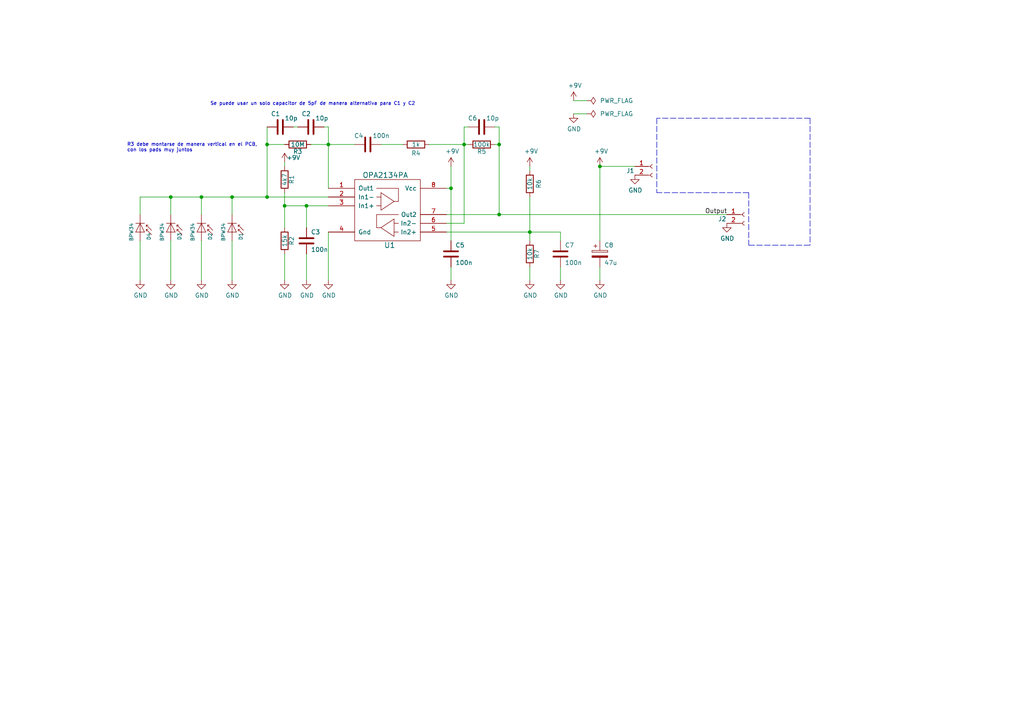
<source format=kicad_sch>
(kicad_sch (version 20231120) (generator "eeschema") (generator_version "8.0")
  (paper "A4")
  (title_block (title "DIY Particle Detector") (date "2019-07-31") (rev "V1.2") (comment 2 "A spectrometer for measuring the energy of alpha particles and electrons.") (comment 3 "Oliver Keller, oliver.michael.keller@cern.ch") (comment 4 "Low-Cost DIY Particle Detector for Ionising Radiation"))
  (lib_symbols
    (symbol "DIY_detector-custom-parts:TL072" (pin_names (offset 1.016))
      (property "Reference" "U" (at 0 -10.16 0))
      (property "Value" "TL072" (at -1.27 10.16 0))
      (symbol "TL072_0_1"
        (rectangle (start -10.16 8.89) (end 8.89 -8.89))
        (polyline (pts (xy -3.81 1.27) (xy -2.54 1.27)))
        (polyline (pts (xy -2.54 3.81) (xy -3.81 3.81)))
        (polyline (pts (xy -2.54 6.35) (xy -3.81 6.35)))
        (polyline (pts (xy 1.27 -6.35) (xy 2.54 -6.35)))
        (polyline (pts (xy 1.27 -3.81) (xy 2.54 -3.81)))
        (polyline (pts (xy -2.54 5.08) (xy -2.54 0) (xy 1.27 2.54) (xy -2.54 5.08)))
        (polyline (pts (xy 1.27 2.54) (xy 2.54 2.54) (xy 2.54 6.35) (xy -2.54 6.35)))
        (polyline (pts (xy 2.54 -1.27) (xy -3.81 -1.27) (xy -3.81 -5.08) (xy -2.54 -5.08) (xy 1.27 -2.54) (xy 1.27 -7.62) (xy -2.54 -5.08)))
      )
      (symbol "TL072_1_1"
        (pin output line (at -17.78 6.35 0) (length 7.62) (name "Out1") (number "1"))
        (pin input line (at -17.78 3.81 0) (length 7.62) (name "In1-") (number "2"))
        (pin input line (at -17.78 1.27 0) (length 7.62) (name "In1+") (number "3"))
        (pin power_in line (at -17.78 -6.35 0) (length 7.62) (name "Gnd") (number "4"))
        (pin input line (at 16.51 -6.35 180) (length 7.62) (name "In2+") (number "5"))
        (pin input line (at 16.51 -3.81 180) (length 7.62) (name "In2-") (number "6"))
        (pin output line (at 16.51 -1.27 180) (length 7.62) (name "Out2") (number "7"))
        (pin power_in line (at 16.51 6.35 180) (length 7.62) (name "Vcc") (number "8"))
      )
    )
    (symbol "Device:C" (pin_numbers hide) (pin_names (offset 0.254))
      (property "Reference" "C" (at 0.635 2.54 0))
      (property "Value" "C" (at 0.635 -2.54 0))
      (symbol "C_0_1"
        (polyline (pts (xy -2.032 -0.762) (xy 2.032 -0.762)) (stroke (width 0.508)))
        (polyline (pts (xy -2.032 0.762) (xy 2.032 0.762)) (stroke (width 0.508)))
      )
      (symbol "C_1_1"
        (pin passive line (at 0 3.81 270) (length 2.794) (name "~") (number "1"))
        (pin passive line (at 0 -3.81 90) (length 2.794) (name "~") (number "2"))
      )
    )
    (symbol "Device:R" (pin_numbers hide) (pin_names (offset 0))
      (property "Reference" "R" (at 2.032 0 90))
      (property "Value" "R" (at 0 0 90))
      (symbol "R_0_1"
        (rectangle (start -1.016 -2.54) (end 1.016 2.54) (stroke (width 0.254)))
      )
      (symbol "R_1_1"
        (pin passive line (at 0 3.81 270) (length 1.27) (name "~") (number "1"))
        (pin passive line (at 0 -3.81 90) (length 1.27) (name "~") (number "2"))
      )
    )
    (symbol "ProyectoFisica-rescue:+9V-power" (power) (pin_names (offset 0))
      (property "Value" "power_+9V" (at 0 3.556 0))
      (symbol "+9V-power_0_1"
        (polyline (pts (xy -0.762 1.27) (xy 0 2.54)))
        (polyline (pts (xy 0 0) (xy 0 2.54)))
        (polyline (pts (xy 0 2.54) (xy 0.762 1.27)))
      )
      (symbol "+9V-power_1_1"
        (pin power_in line (at 0 0 90) (length 0) hide (name "+9V") (number "1"))
      )
    )
    (symbol "ProyectoFisica-rescue:CP-Device" (pin_numbers hide) (pin_names (offset 0.254))
      (property "Reference" "C" (at 0.635 2.54 0))
      (property "Value" "Device_CP" (at 0.635 -2.54 0))
      (symbol "CP-Device_0_1"
        (rectangle (start -2.286 0.508) (end 2.286 1.016))
        (polyline (pts (xy -1.778 2.286) (xy -0.762 2.286)))
        (polyline (pts (xy -1.27 2.794) (xy -1.27 1.778)))
        (rectangle (start 2.286 -0.508) (end -2.286 -1.016) (fill (type outline)))
      )
      (symbol "CP-Device_1_1"
        (pin passive line (at 0 3.81 270) (length 2.794) (name "~") (number "1"))
        (pin passive line (at 0 -3.81 90) (length 2.794) (name "~") (number "2"))
      )
    )
    (symbol "ProyectoFisica-rescue:Conn_01x02_Female-Connector" (pin_names (offset 1.016) hide)
      (property "Reference" "J" (at 0 2.54 0))
      (property "Value" "Connector_Conn_01x02_Female" (at 0 -5.08 0))
      (symbol "Conn_01x02_Female-Connector_1_1"
        (arc (start 0 -2.032) (mid -0.508 -2.54) (end 0 -3.048) (stroke (width 0.1524)))
        (polyline (pts (xy -1.27 -2.54) (xy -0.508 -2.54)) (stroke (width 0.1524)))
        (polyline (pts (xy -1.27 0) (xy -0.508 0)) (stroke (width 0.1524)))
        (arc (start 0 0.508) (mid -0.508 0) (end 0 -0.508) (stroke (width 0.1524)))
        (pin passive line (at -5.08 0 0) (length 3.81) (name "Pin_1") (number "1"))
        (pin passive line (at -5.08 -2.54 0) (length 3.81) (name "Pin_2") (number "2"))
      )
    )
    (symbol "ProyectoFisica-rescue:GND-power" (power) (pin_names (offset 0))
      (property "Value" "power_GND" (at 0 -3.81 0))
      (symbol "GND-power_0_1"
        (polyline (pts (xy 0 0) (xy 0 -1.27) (xy 1.27 -1.27) (xy 0 -2.54) (xy -1.27 -1.27) (xy 0 -1.27)))
      )
      (symbol "GND-power_1_1"
        (pin power_in line (at 0 0 270) (length 0) hide (name "GND") (number "1"))
      )
    )
    (symbol "Sensor_Optical:BPW34" (pin_numbers hide) (pin_names (offset 1.016) hide)
      (property "Reference" "D" (at 0.508 1.778 0))
      (property "Value" "BPW34" (at -1.016 -2.794 0))
      (symbol "BPW34_0_1"
        (polyline (pts (xy -2.54 1.27) (xy -2.54 -1.27)) (stroke (width 0.1524)))
        (polyline (pts (xy -2.032 1.778) (xy -1.524 1.778)))
        (polyline (pts (xy 0 -1.27) (xy 0 1.27)))
        (polyline (pts (xy 0 0) (xy -2.54 0)))
        (polyline (pts (xy -0.508 3.302) (xy -2.032 1.778) (xy -2.032 2.286)))
        (polyline (pts (xy 0 1.27) (xy -2.54 0) (xy 0 -1.27)))
        (polyline (pts (xy 0.762 3.302) (xy -0.762 1.778) (xy -0.762 2.286) (xy -0.762 1.778) (xy -0.254 1.778)))
      )
      (symbol "BPW34_1_1"
        (pin passive line (at -5.08 0 0) (length 2.54) (name "K") (number "1"))
        (pin passive line (at 2.54 0 180) (length 2.54) (name "A") (number "2"))
      )
    )
    (symbol "power:PWR_FLAG" (power) (pin_numbers hide) (pin_names (offset 0) hide)
      (property "Value" "PWR_FLAG" (at 0 3.81 0))
      (symbol "PWR_FLAG_0_0"
        (pin power_out line (at 0 0 90) (length 0) (name "~") (number "1"))
      )
      (symbol "PWR_FLAG_0_1"
        (polyline (pts (xy 0 0) (xy 0 1.27) (xy -1.016 1.905) (xy 0 2.54) (xy 1.016 1.905) (xy 0 1.27)))
      )
    )
  )
  (junction (at 134.62 41.91))
  (junction (at 130.81 54.61))
  (junction (at 173.99 48.26))
  (junction (at 144.78 62.23))
  (junction (at 77.47 41.91))
  (junction (at 82.55 59.69))
  (junction (at 144.78 41.91))
  (junction (at 153.67 67.31))
  (junction (at 49.53 57.15))
  (junction (at 77.47 57.15))
  (junction (at 95.25 41.91))
  (junction (at 58.42 57.15))
  (junction (at 67.31 57.15))
  (junction (at 88.9 59.69))
  (wire (pts (xy 166.37 33.02) (xy 170.18 33.02)))
  (polyline (pts (xy 217.17 55.88) (xy 217.17 71.12)) (stroke (width 0) (type dash)))
  (wire (pts (xy 143.51 36.83) (xy 144.78 36.83)))
  (wire (pts (xy 67.31 57.15) (xy 58.42 57.15)))
  (wire (pts (xy 129.54 67.31) (xy 153.67 67.31)))
  (wire (pts (xy 144.78 41.91) (xy 144.78 62.23)))
  (wire (pts (xy 67.31 57.15) (xy 77.47 57.15)))
  (wire (pts (xy 144.78 62.23) (xy 210.82 62.23)))
  (wire (pts (xy 93.98 36.83) (xy 95.25 36.83)))
  (wire (pts (xy 143.51 41.91) (xy 144.78 41.91)))
  (polyline (pts (xy 234.95 34.29) (xy 190.5 34.29)) (stroke (width 0) (type dash)))
  (wire (pts (xy 67.31 69.85) (xy 67.31 81.28)))
  (wire (pts (xy 162.56 67.31) (xy 162.56 69.85)))
  (wire (pts (xy 82.55 73.66) (xy 82.55 81.28)))
  (wire (pts (xy 82.55 46.99) (xy 82.55 48.26)))
  (wire (pts (xy 153.67 57.15) (xy 153.67 67.31)))
  (wire (pts (xy 130.81 54.61) (xy 129.54 54.61)))
  (wire (pts (xy 58.42 69.85) (xy 58.42 81.28)))
  (wire (pts (xy 88.9 59.69) (xy 88.9 66.04)))
  (wire (pts (xy 67.31 57.15) (xy 67.31 62.23)))
  (wire (pts (xy 88.9 73.66) (xy 88.9 81.28)))
  (polyline (pts (xy 217.17 55.88) (xy 190.5 55.88)) (stroke (width 0) (type dash)))
  (wire (pts (xy 144.78 36.83) (xy 144.78 41.91)))
  (wire (pts (xy 95.25 41.91) (xy 102.87 41.91)))
  (wire (pts (xy 95.25 41.91) (xy 95.25 54.61)))
  (wire (pts (xy 134.62 36.83) (xy 134.62 41.91)))
  (wire (pts (xy 82.55 66.04) (xy 82.55 59.69)))
  (wire (pts (xy 95.25 67.31) (xy 95.25 81.28)))
  (wire (pts (xy 95.25 36.83) (xy 95.25 41.91)))
  (wire (pts (xy 130.81 54.61) (xy 130.81 69.85)))
  (polyline (pts (xy 217.17 71.12) (xy 234.95 71.12)) (stroke (width 0) (type dash)))
  (wire (pts (xy 86.36 36.83) (xy 85.09 36.83)))
  (wire (pts (xy 82.55 59.69) (xy 88.9 59.69)))
  (wire (pts (xy 40.64 81.28) (xy 40.64 69.85)))
  (wire (pts (xy 153.67 48.26) (xy 153.67 49.53)))
  (wire (pts (xy 49.53 81.28) (xy 49.53 69.85)))
  (wire (pts (xy 153.67 77.47) (xy 153.67 81.28)))
  (wire (pts (xy 130.81 77.47) (xy 130.81 81.28)))
  (wire (pts (xy 40.64 62.23) (xy 40.64 57.15)))
  (polyline (pts (xy 190.5 34.29) (xy 190.5 55.88)) (stroke (width 0) (type dash)))
  (wire (pts (xy 77.47 36.83) (xy 77.47 41.91)))
  (wire (pts (xy 88.9 59.69) (xy 95.25 59.69)))
  (wire (pts (xy 77.47 57.15) (xy 95.25 57.15)))
  (wire (pts (xy 134.62 41.91) (xy 135.89 41.91)))
  (wire (pts (xy 153.67 67.31) (xy 153.67 69.85)))
  (wire (pts (xy 173.99 48.26) (xy 173.99 69.85)))
  (wire (pts (xy 82.55 55.88) (xy 82.55 59.69)))
  (wire (pts (xy 58.42 62.23) (xy 58.42 57.15)))
  (wire (pts (xy 173.99 77.47) (xy 173.99 81.28)))
  (wire (pts (xy 135.89 36.83) (xy 134.62 36.83)))
  (wire (pts (xy 129.54 62.23) (xy 144.78 62.23)))
  (wire (pts (xy 130.81 54.61) (xy 130.81 48.26)))
  (wire (pts (xy 110.49 41.91) (xy 116.84 41.91)))
  (wire (pts (xy 166.37 29.21) (xy 170.18 29.21)))
  (wire (pts (xy 153.67 67.31) (xy 162.56 67.31)))
  (wire (pts (xy 77.47 41.91) (xy 77.47 57.15)))
  (wire (pts (xy 134.62 41.91) (xy 134.62 64.77)))
  (wire (pts (xy 173.99 48.26) (xy 184.15 48.26)))
  (wire (pts (xy 90.17 41.91) (xy 95.25 41.91)))
  (wire (pts (xy 129.54 64.77) (xy 134.62 64.77)))
  (polyline (pts (xy 234.95 34.29) (xy 234.95 71.12)) (stroke (width 0) (type dash)))
  (wire (pts (xy 49.53 57.15) (xy 49.53 62.23)))
  (wire (pts (xy 124.46 41.91) (xy 134.62 41.91)))
  (wire (pts (xy 162.56 77.47) (xy 162.56 81.28)))
  (wire (pts (xy 40.64 57.15) (xy 49.53 57.15)))
  (wire (pts (xy 58.42 57.15) (xy 49.53 57.15)))
  (wire (pts (xy 77.47 41.91) (xy 82.55 41.91)))
  (text "Se puede usar un solo capacitor de 5pF de manera alternativa para C1 y C2" (at 60.96 30.734 0) (effects (font (size 0.9906 0.9906)) (justify left bottom)))
  (text "R3 debe montarse de manera vertical en el PCB,\ncon los pads muy juntos\n" (at 36.83 44.196 0) (effects (font (size 0.9906 0.9906)) (justify left bottom)))
  (label "Output" (at 204.47 62.23 0))
  (symbol (lib_id "DIY_detector-custom-parts:TL072") (at 113.03 60.96 0) (unit 1)
    (property "Reference" "U1" (at 113.03 71.12 0) (effects (font (size 1.524 1.524))))
    (property "Value" "OPA2134PA" (at 111.76 50.8 0) (effects (font (size 1.524 1.524))))
    (property "Footprint" "Package_DIP:DIP-8_W7.62mm" (effects (hide yes)))
    (property "Description" "TLE2072CP/ACP" (effects (hide yes)))
    (property "FARNELL" "3117956 " (effects (hide yes)))
  )
  (symbol (lib_id "Sensor_Optical:BPW34") (at 40.64 67.31 270) (unit 1)
    (property "Reference" "D4" (at 43.18 68.58 0) (effects (font (size 1.016 1.016))))
    (property "Value" "BPW34" (at 38.1 67.31 0) (effects (font (size 1.016 1.016))))
    (property "Footprint" "OptoDevice:Osram_BPW34S-SMD" (effects (hide yes)))
    (property "Description" "silicon PIN photodiode" (effects (hide yes)))
    (property "MFG" "Osram" (effects (hide yes)))
    (property "MFG_PN" "BPX61" (effects (hide yes)))
    (property "FARNELL" "2981630" (effects (hide yes)))
    (property "RS Online" "654-7785" (effects (hide yes)))
    (property "3D_B" "${KIPRJMOD}/3D/BPW34F.wrl" (effects (hide yes)))
    (property "VALUE_B" "BPW34F" (effects (hide yes)))
  )
  (symbol (lib_id "Device:R") (at 86.36 41.91 270) (unit 1)
    (property "Reference" "R3" (at 86.36 43.942 90))
    (property "Value" "10M" (at 86.36 41.91 90))
    (property "Footprint" "Resistor_THT:R_Axial_DIN0204_L3.6mm_D1.6mm_P7.62mm_Horizontal" (effects (hide yes)))
    (property "Description" "40Mega 10% 0805 SMD" (effects (hide yes)))
    (property "MFG" "TE Connectivity" (effects (hide yes)))
    (property "MFG_PN" "RH73H2A40MKTN" (effects (hide yes)))
    (property "FARNELL" "1174521" (effects (hide yes)))
    (property "VALUE_B" "10M" (effects (hide yes)))
    (property "3D_B" "${KIPRJMOD}/3D/Resistors_THT_custom.3dshapes/res_5band_10M_P2.54mm.wrl" (effects (hide yes)))
  )
  (symbol (lib_id "Device:R") (at 82.55 52.07 0) (unit 1)
    (property "Reference" "R1" (at 84.582 52.07 90))
    (property "Value" "4k7" (at 82.55 52.07 90))
    (property "Footprint" "Resistor_THT:R_Axial_DIN0207_L6.3mm_D2.5mm_P7.62mm_Horizontal" (effects (hide yes)))
    (property "Description" "4.7k 1% THT" (effects (hide yes)))
    (property "MFG" "Multicomp" (effects (hide yes)))
    (property "MFG_PN" "MCMF006FF4701A50" (effects (hide yes)))
    (property "FARNELL" "2401772" (effects (hide yes)))
  )
  (symbol (lib_id "Device:R") (at 82.55 69.85 0) (unit 1)
    (property "Reference" "R2" (at 84.582 69.85 90))
    (property "Value" "15k" (at 82.55 69.85 90))
    (property "Footprint" "Resistor_THT:R_Axial_DIN0207_L6.3mm_D2.5mm_P7.62mm_Horizontal" (effects (hide yes)))
    (property "Description" "15k 1% THT" (effects (hide yes)))
    (property "MFG" "Multicomp" (effects (hide yes)))
    (property "MFG_PN" "MCMF006FF1502A50" (effects (hide yes)))
    (property "FARNELL" "2401785" (effects (hide yes)))
  )
  (symbol (lib_id "Device:C") (at 90.17 36.83 90) (unit 1)
    (property "Reference" "C2" (at 90.17 33.02 90) (effects (justify left)))
    (property "Value" "10p" (at 95.25 34.29 90) (effects (justify left)))
    (property "Footprint" "Capacitor_THT:C_Disc_D3.0mm_W1.6mm_P2.50mm" (effects (hide yes)))
    (property "Description" "10pF THT" (effects (hide yes)))
    (property "MFG" "Multicomp" (effects (hide yes)))
    (property "MFG_PN" "MC0805N100J101A2.54MM" (effects (hide yes)))
    (property "FARNELL" "1694175" (effects (hide yes)))
  )
  (symbol (lib_id "Device:C") (at 130.81 73.66 0) (unit 1)
    (property "Reference" "C5" (at 132.08 71.12 0) (effects (justify left)))
    (property "Value" "100n" (at 132.08 76.2 0) (effects (justify left)))
    (property "Footprint" "Capacitor_THT:C_Disc_D3.0mm_W1.6mm_P2.50mm" (effects (hide yes)))
    (property "Description" "100nF THT" (effects (hide yes)))
    (property "MFG" "Multicomp" (effects (hide yes)))
    (property "MFG_PN" "MC0805Y104M500A2.54MM" (effects (hide yes)))
    (property "FARNELL" "2112751" (effects (hide yes)))
  )
  (symbol (lib_id "Device:C") (at 88.9 69.85 0) (unit 1)
    (property "Reference" "C3" (at 90.17 67.31 0) (effects (justify left)))
    (property "Value" "100n" (at 90.17 72.39 0) (effects (justify left)))
    (property "Footprint" "Capacitor_THT:C_Disc_D3.0mm_W1.6mm_P2.50mm" (effects (hide yes)))
    (property "Description" "100nF THT" (effects (hide yes)))
    (property "MFG" "Multicomp" (effects (hide yes)))
    (property "MFG_PN" "MC0805Y104M500A2.54MM" (effects (hide yes)))
    (property "FARNELL" "2112751" (effects (hide yes)))
  )
  (symbol (lib_id "Device:R") (at 120.65 41.91 270) (unit 1)
    (property "Reference" "R4" (at 120.65 44.45 90))
    (property "Value" "1k" (at 120.65 41.91 90))
    (property "Footprint" "Resistor_THT:R_Axial_DIN0207_L6.3mm_D2.5mm_P7.62mm_Horizontal" (effects (hide yes)))
    (property "Description" "4.7k 1% THT" (effects (hide yes)))
    (property "MFG" "Multicomp" (effects (hide yes)))
    (property "MFG_PN" "MCMF006FF4701A50" (effects (hide yes)))
    (property "FARNELL" "2401772" (effects (hide yes)))
    (property "VALUE_B" "1k" (effects (hide yes)))
    (property "3D_B" "${KIPRJMOD}/3D/Resistors_THT_custom.3dshapes/res_5band_1K_P7.62mm.wrl" (effects (hide yes)))
  )
  (symbol (lib_id "Device:R") (at 139.7 41.91 270) (unit 1)
    (property "Reference" "R5" (at 139.7 43.942 90))
    (property "Value" "100k" (at 139.7 41.91 90))
    (property "Footprint" "Resistor_THT:R_Axial_DIN0207_L6.3mm_D2.5mm_P7.62mm_Horizontal" (effects (hide yes)))
    (property "Description" "1Mega 1% THT" (effects (hide yes)))
    (property "MFG" "Multicomp" (effects (hide yes)))
    (property "MFG_PN" "MCMF006FF1004A50" (effects (hide yes)))
    (property "FARNELL" "2401807" (effects (hide yes)))
    (property "VALUE_B" "100k" (effects (hide yes)))
    (property "3D_B" "${KIPRJMOD}/3D/Resistors_THT_custom.3dshapes/res_5band_100K_P7.62mm.wrl" (effects (hide yes)))
  )
  (symbol (lib_id "Device:C") (at 106.68 41.91 90) (unit 1)
    (property "Reference" "C4" (at 105.41 39.37 90) (effects (justify left)))
    (property "Value" "100n" (at 113.03 39.37 90) (effects (justify left)))
    (property "Footprint" "Capacitor_THT:C_Disc_D3.0mm_W1.6mm_P2.50mm" (effects (hide yes)))
    (property "Description" "470nf THT" (effects (hide yes)))
    (property "MFG" "Kemet" (effects (hide yes)))
    (property "MFG_PN" "C320C474M5U5TA" (effects (hide yes)))
    (property "FARNELL" "1457660" (effects (hide yes)))
    (property "VALUE_B" "100n" (effects (hide yes)))
    (property "3D_B" "${KIPRJMOD}/3D/C_Disc_D3.0mm_W1.6mm_P2.50mm.wrl" (effects (hide yes)))
  )
  (symbol (lib_id "Device:R") (at 153.67 53.34 0) (unit 1)
    (property "Reference" "R6" (at 156.21 53.34 90))
    (property "Value" "10k" (at 153.67 53.34 90))
    (property "Footprint" "Resistor_THT:R_Axial_DIN0207_L6.3mm_D2.5mm_P7.62mm_Horizontal" (effects (hide yes)))
    (property "Description" "10k 1% THT" (effects (hide yes)))
    (property "MFG" "Multicomp" (effects (hide yes)))
    (property "MFG_PN" "MCMF006FF1002A50" (effects (hide yes)))
    (property "FARNELL" "2401780" (effects (hide yes)))
  )
  (symbol (lib_id "Device:R") (at 153.67 73.66 0) (unit 1)
    (property "Reference" "R7" (at 155.702 73.66 90))
    (property "Value" "10k" (at 153.67 73.66 90))
    (property "Footprint" "Resistor_THT:R_Axial_DIN0207_L6.3mm_D2.5mm_P7.62mm_Horizontal" (effects (hide yes)))
    (property "Description" "10k 1% THT" (effects (hide yes)))
    (property "MFG" "Multicomp" (effects (hide yes)))
    (property "MFG_PN" "MCMF006FF1002A50" (effects (hide yes)))
    (property "FARNELL" "2401780" (effects (hide yes)))
  )
  (symbol (lib_id "Device:C") (at 162.56 73.66 0) (unit 1)
    (property "Reference" "C7" (at 163.83 71.12 0) (effects (justify left)))
    (property "Value" "100n" (at 163.83 76.2 0) (effects (justify left)))
    (property "Footprint" "Capacitor_THT:C_Disc_D3.0mm_W1.6mm_P2.50mm" (effects (hide yes)))
    (property "Description" "100nF THT" (effects (hide yes)))
    (property "MFG" "Multicomp" (effects (hide yes)))
    (property "MFG_PN" "MC0805Y104M500A2.54MM" (effects (hide yes)))
    (property "FARNELL" "2112751" (effects (hide yes)))
  )
  (symbol (lib_id "ProyectoFisica-rescue:CP-Device") (at 173.99 73.66 0) (unit 1)
    (property "Reference" "C8" (at 175.26 71.12 0) (effects (justify left)))
    (property "Value" "47u" (at 175.26 76.2 0) (effects (justify left)))
    (property "Footprint" "Capacitor_THT:CP_Radial_D6.3mm_P2.50mm" (effects (hide yes)))
    (property "Description" "47uF 63V THT" (effects (hide yes)))
    (property "MFG" "Panasonic" (effects (hide yes)))
    (property "MFG_PN" "ECA-1JHG470" (effects (hide yes)))
    (property "FARNELL" "9693033" (effects (hide yes)))
  )
  (symbol (lib_id "ProyectoFisica-rescue:GND-power") (at 130.81 81.28 0) (unit 1)
    (property "Reference" "#PWR07" (effects (hide yes)))
    (property "Value" "GND" (at 130.937 85.6742 0))
  )
  (symbol (lib_id "ProyectoFisica-rescue:GND-power") (at 153.67 81.28 0) (unit 1)
    (property "Reference" "#PWR08" (effects (hide yes)))
    (property "Value" "GND" (at 153.797 85.6742 0))
  )
  (symbol (lib_id "ProyectoFisica-rescue:GND-power") (at 162.56 81.28 0) (unit 1)
    (property "Reference" "#PWR09" (effects (hide yes)))
    (property "Value" "GND" (at 162.687 85.6742 0))
  )
  (symbol (lib_id "ProyectoFisica-rescue:GND-power") (at 173.99 81.28 0) (unit 1)
    (property "Reference" "#PWR010" (effects (hide yes)))
    (property "Value" "GND" (at 174.117 85.6742 0))
  )
  (symbol (lib_id "ProyectoFisica-rescue:GND-power") (at 88.9 81.28 0) (unit 1)
    (property "Reference" "#PWR06" (effects (hide yes)))
    (property "Value" "GND" (at 89.027 85.6742 0))
  )
  (symbol (lib_id "ProyectoFisica-rescue:GND-power") (at 82.55 81.28 0) (unit 1)
    (property "Reference" "#PWR05" (effects (hide yes)))
    (property "Value" "GND" (at 82.677 85.6742 0))
  )
  (symbol (lib_id "ProyectoFisica-rescue:GND-power") (at 67.31 81.28 0) (unit 1)
    (property "Reference" "#PWR04" (effects (hide yes)))
    (property "Value" "GND" (at 67.437 85.6742 0))
  )
  (symbol (lib_id "ProyectoFisica-rescue:GND-power") (at 58.42 81.28 0) (unit 1)
    (property "Reference" "#PWR03" (effects (hide yes)))
    (property "Value" "GND" (at 58.547 85.6742 0))
  )
  (symbol (lib_id "ProyectoFisica-rescue:GND-power") (at 49.53 81.28 0) (unit 1)
    (property "Reference" "#PWR02" (effects (hide yes)))
    (property "Value" "GND" (at 49.657 85.6742 0))
  )
  (symbol (lib_id "ProyectoFisica-rescue:GND-power") (at 40.64 81.28 0) (unit 1)
    (property "Reference" "#PWR01" (effects (hide yes)))
    (property "Value" "GND" (at 40.767 85.6742 0))
  )
  (symbol (lib_id "ProyectoFisica-rescue:GND-power") (at 210.82 64.77 0) (unit 1)
    (property "Reference" "#PWR0103" (effects (hide yes)))
    (property "Value" "GND" (at 210.947 69.1642 0))
  )
  (symbol (lib_id "ProyectoFisica-rescue:+9V-power") (at 173.99 48.26 0) (unit 1)
    (property "Reference" "#PWR0105" (effects (hide yes)))
    (property "Value" "+9V" (at 174.371 43.8658 0))
  )
  (symbol (lib_id "Device:C") (at 81.28 36.83 90) (unit 1)
    (property "Reference" "C1" (at 81.28 33.02 90) (effects (justify left)))
    (property "Value" "10p" (at 86.36 34.29 90) (effects (justify left)))
    (property "Footprint" "Capacitor_THT:C_Disc_D3.0mm_W1.6mm_P2.50mm" (effects (hide yes)))
    (property "Description" "10pF THT" (effects (hide yes)))
    (property "MFG" "Multicomp" (effects (hide yes)))
    (property "MFG_PN" "MC0805N100J101A2.54MM" (effects (hide yes)))
    (property "FARNELL" "1694175" (effects (hide yes)))
  )
  (symbol (lib_id "Device:C") (at 139.7 36.83 90) (unit 1)
    (property "Reference" "C6" (at 138.43 34.29 90) (effects (justify left)))
    (property "Value" "10p" (at 144.78 34.29 90) (effects (justify left)))
    (property "Footprint" "Capacitor_THT:C_Disc_D3.0mm_W1.6mm_P2.50mm" (effects (hide yes)))
    (property "Description" "3.3nF THT" (effects (hide yes)))
    (property "MFG" "Suntan" (effects (hide yes)))
    (property "MFG_PN" "TS170R1H332KSBBA0R" (effects (hide yes)))
    (property "FARNELL" "2901293" (effects (hide yes)))
    (property "VALUE_B" "10p" (effects (hide yes)))
    (property "3D_B" "${KIPRJMOD}/3D/C_Disc_D3.0mm_W1.6mm_P2.50mm.wrl" (effects (hide yes)))
  )
  (symbol (lib_id "Sensor_Optical:BPW34") (at 49.53 67.31 270) (unit 1)
    (property "Reference" "D3" (at 52.07 68.58 0) (effects (font (size 1.016 1.016))))
    (property "Value" "BPW34" (at 46.99 67.31 0) (effects (font (size 1.016 1.016))))
    (property "Footprint" "OptoDevice:Osram_BPW34S-SMD" (effects (hide yes)))
    (property "Description" "silicon PIN photodiode\r" (effects (hide yes)))
    (property "MFG" "Osram/Vishay" (effects (hide yes)))
    (property "MFG_PN" "BPW34F/FA" (effects (hide yes)))
    (property "FARNELL" "2981621" (effects (hide yes)))
    (property "RS Online" "654-7921" (effects (hide yes)))
    (property "3D_B" "${KIPRJMOD}/3D/BPW34F.wrl" (effects (hide yes)))
    (property "VALUE_B" "BPW34F" (effects (hide yes)))
  )
  (symbol (lib_id "Sensor_Optical:BPW34") (at 58.42 67.31 270) (unit 1)
    (property "Reference" "D2" (at 60.96 68.58 0) (effects (font (size 1.016 1.016))))
    (property "Value" "BPW34" (at 55.88 67.31 0) (effects (font (size 1.016 1.016))))
    (property "Footprint" "OptoDevice:Osram_BPW34S-SMD" (effects (hide yes)))
    (property "Description" "silicon PIN photodiode\r" (effects (hide yes)))
    (property "MFG" "Osram/Vishay" (effects (hide yes)))
    (property "MFG_PN" "BPW34F/FA" (effects (hide yes)))
    (property "FARNELL" "2981621" (effects (hide yes)))
    (property "RS Online" "654-7921" (effects (hide yes)))
    (property "3D_B" "${KIPRJMOD}/3D/BPW34F.wrl" (effects (hide yes)))
    (property "VALUE_B" "BPW34F" (effects (hide yes)))
  )
  (symbol (lib_id "Sensor_Optical:BPW34") (at 67.31 67.31 270) (unit 1)
    (property "Reference" "D1" (at 69.85 68.58 0) (effects (font (size 1.016 1.016))))
    (property "Value" "BPW34" (at 64.77 67.31 0) (effects (font (size 1.016 1.016))))
    (property "Footprint" "OptoDevice:Osram_BPW34S-SMD" (effects (hide yes)))
    (property "Description" "silicon PIN photodiode\r" (effects (hide yes)))
    (property "MFG" "Osram/Vishay" (effects (hide yes)))
    (property "MFG_PN" "BPW34F/FA" (effects (hide yes)))
    (property "FARNELL" "2981621" (effects (hide yes)))
    (property "RS Online" "654-7921" (effects (hide yes)))
    (property "3D_B" "${KIPRJMOD}/3D/BPW34F.wrl" (effects (hide yes)))
    (property "VALUE_B" "BPW34F" (effects (hide yes)))
  )
  (symbol (lib_id "ProyectoFisica-rescue:GND-power") (at 95.25 81.28 0) (unit 1)
    (property "Reference" "#PWR0106" (effects (hide yes)))
    (property "Value" "GND" (at 95.377 85.6742 0))
  )
  (symbol (lib_id "ProyectoFisica-rescue:Conn_01x02_Female-Connector") (at 189.23 48.26 0) (unit 1)
    (property "Reference" "J1" (at 181.61 49.53 0) (effects (justify left)))
    (property "Value" "Conn_01x02_Female" (effects (hide yes)))
    (property "Footprint" "Connector_PinHeader_2.54mm:PinHeader_1x02_P2.54mm_Vertical" (effects (hide yes)))
  )
  (symbol (lib_id "ProyectoFisica-rescue:GND-power") (at 184.15 50.8 0) (unit 1)
    (property "Reference" "#PWR0104" (effects (hide yes)))
    (property "Value" "GND" (at 184.277 55.1942 0))
  )
  (symbol (lib_id "ProyectoFisica-rescue:+9V-power") (at 153.67 48.26 0) (unit 1)
    (property "Reference" "#PWR0110" (effects (hide yes)))
    (property "Value" "+9V" (at 154.051 43.8658 0))
  )
  (symbol (lib_id "ProyectoFisica-rescue:+9V-power") (at 130.81 48.26 0) (unit 1)
    (property "Reference" "#PWR0111" (effects (hide yes)))
    (property "Value" "+9V" (at 131.191 43.8658 0))
  )
  (symbol (lib_id "ProyectoFisica-rescue:+9V-power") (at 82.55 46.99 0) (unit 1)
    (property "Reference" "#PWR0112" (effects (hide yes)))
    (property "Value" "+9V" (at 85.09 45.72 0))
  )
  (symbol (lib_id "ProyectoFisica-rescue:Conn_01x02_Female-Connector") (at 215.9 62.23 0) (unit 1)
    (property "Reference" "J2" (at 208.28 63.5 0) (effects (justify left)))
    (property "Value" "Conn_01x02_Female" (effects (hide yes)))
    (property "Footprint" "Connector_PinHeader_2.54mm:PinHeader_1x02_P2.54mm_Vertical" (effects (hide yes)))
  )
  (symbol (lib_id "ProyectoFisica-rescue:GND-power") (at 166.37 33.02 0) (unit 1)
    (property "Reference" "#PWR014" (effects (hide yes)))
    (property "Value" "GND" (at 166.497 37.4142 0))
  )
  (symbol (lib_id "power:PWR_FLAG") (at 170.18 33.02 270) (unit 1)
    (property "Reference" "#FLG02" (effects (hide yes)))
    (property "Value" "PWR_FLAG" (at 173.99 33.0199 90) (effects (justify left)))
    (property "Description" "Special symbol for telling ERC where power comes from" (effects (hide yes)))
  )
  (symbol (lib_id "power:PWR_FLAG") (at 170.18 29.21 270) (unit 1)
    (property "Reference" "#FLG01" (effects (hide yes)))
    (property "Value" "PWR_FLAG" (at 173.99 29.2099 90) (effects (justify left)))
    (property "Description" "Special symbol for telling ERC where power comes from" (effects (hide yes)))
  )
  (symbol (lib_id "ProyectoFisica-rescue:+9V-power") (at 166.37 29.21 0) (unit 1)
    (property "Reference" "#PWR013" (effects (hide yes)))
    (property "Value" "+9V" (at 166.751 24.8158 0))
  )
)
</source>
